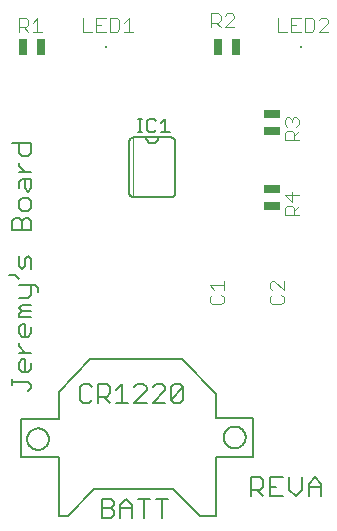
<source format=gto>
G75*
%MOIN*%
%OFA0B0*%
%FSLAX24Y24*%
%IPPOS*%
%LPD*%
%AMOC8*
5,1,8,0,0,1.08239X$1,22.5*
%
%ADD10C,0.0060*%
%ADD11C,0.0050*%
%ADD12C,0.0020*%
%ADD13C,0.0040*%
%ADD14R,0.0551X0.0256*%
%ADD15R,0.0256X0.0551*%
%ADD16R,0.0079X0.0079*%
D10*
X002043Y006710D02*
X002150Y006817D01*
X002150Y006924D01*
X002043Y007030D01*
X001509Y007030D01*
X001509Y006924D02*
X001509Y007137D01*
X001830Y007355D02*
X001723Y007461D01*
X001723Y007675D01*
X001830Y007782D01*
X001936Y007782D01*
X001936Y007355D01*
X001830Y007355D02*
X002043Y007355D01*
X002150Y007461D01*
X002150Y007675D01*
X002150Y007999D02*
X001723Y007999D01*
X001936Y007999D02*
X001723Y008213D01*
X001723Y008319D01*
X001830Y008536D02*
X001723Y008643D01*
X001723Y008856D01*
X001830Y008963D01*
X001936Y008963D01*
X001936Y008536D01*
X001830Y008536D02*
X002043Y008536D01*
X002150Y008643D01*
X002150Y008856D01*
X002150Y009181D02*
X001723Y009181D01*
X001723Y009288D01*
X001830Y009394D01*
X001723Y009501D01*
X001830Y009608D01*
X002150Y009608D01*
X002150Y009394D02*
X001830Y009394D01*
X001723Y009825D02*
X002043Y009825D01*
X002150Y009932D01*
X002150Y010252D01*
X002257Y010252D02*
X002364Y010146D01*
X002364Y010039D01*
X002257Y010252D02*
X001723Y010252D01*
X001723Y010470D02*
X001616Y010577D01*
X001403Y010577D01*
X001723Y010899D02*
X001723Y011219D01*
X001723Y010899D02*
X001830Y010792D01*
X001936Y010899D01*
X001936Y011112D01*
X002043Y011219D01*
X002150Y011112D01*
X002150Y010792D01*
X002150Y012081D02*
X001509Y012081D01*
X001509Y012402D01*
X001616Y012508D01*
X001723Y012508D01*
X001830Y012402D01*
X001830Y012081D01*
X001830Y012402D02*
X001936Y012508D01*
X002043Y012508D01*
X002150Y012402D01*
X002150Y012081D01*
X002043Y012726D02*
X001830Y012726D01*
X001723Y012833D01*
X001723Y013046D01*
X001830Y013153D01*
X002043Y013153D01*
X002150Y013046D01*
X002150Y012833D01*
X002043Y012726D01*
X002043Y013370D02*
X001936Y013477D01*
X001936Y013797D01*
X001830Y013797D02*
X002150Y013797D01*
X002150Y013477D01*
X002043Y013370D01*
X001723Y013691D02*
X001830Y013797D01*
X001723Y013691D02*
X001723Y013477D01*
X001723Y014015D02*
X002150Y014015D01*
X001936Y014015D02*
X001723Y014228D01*
X001723Y014335D01*
X001830Y014552D02*
X001723Y014659D01*
X001723Y014979D01*
X001509Y014979D02*
X002150Y014979D01*
X002150Y014659D01*
X002043Y014552D01*
X001830Y014552D01*
X005410Y015030D02*
X005410Y013330D01*
X005412Y013307D01*
X005417Y013284D01*
X005426Y013262D01*
X005439Y013242D01*
X005454Y013224D01*
X005472Y013209D01*
X005492Y013196D01*
X005514Y013187D01*
X005537Y013182D01*
X005560Y013180D01*
X006800Y013180D01*
X006823Y013182D01*
X006846Y013187D01*
X006868Y013196D01*
X006888Y013209D01*
X006906Y013224D01*
X006921Y013242D01*
X006934Y013262D01*
X006943Y013284D01*
X006948Y013307D01*
X006950Y013330D01*
X006950Y015030D01*
X006948Y015053D01*
X006943Y015076D01*
X006934Y015098D01*
X006921Y015118D01*
X006906Y015136D01*
X006888Y015151D01*
X006868Y015164D01*
X006846Y015173D01*
X006823Y015178D01*
X006800Y015180D01*
X005560Y015180D01*
X005537Y015178D01*
X005514Y015173D01*
X005492Y015164D01*
X005472Y015151D01*
X005454Y015136D01*
X005439Y015118D01*
X005426Y015098D01*
X005417Y015076D01*
X005412Y015053D01*
X005410Y015030D01*
X005980Y015180D02*
X005982Y015153D01*
X005987Y015126D01*
X005997Y015100D01*
X006009Y015076D01*
X006025Y015054D01*
X006043Y015034D01*
X006065Y015017D01*
X006088Y015002D01*
X006113Y014992D01*
X006139Y014984D01*
X006166Y014980D01*
X006194Y014980D01*
X006221Y014984D01*
X006247Y014992D01*
X006272Y015002D01*
X006295Y015017D01*
X006317Y015034D01*
X006335Y015054D01*
X006351Y015076D01*
X006363Y015100D01*
X006373Y015126D01*
X006378Y015153D01*
X006380Y015180D01*
X009460Y003851D02*
X009780Y003851D01*
X009887Y003744D01*
X009887Y003530D01*
X009780Y003424D01*
X009460Y003424D01*
X009460Y003210D02*
X009460Y003851D01*
X009674Y003424D02*
X009887Y003210D01*
X010105Y003210D02*
X010532Y003210D01*
X010318Y003530D02*
X010105Y003530D01*
X010105Y003210D02*
X010105Y003851D01*
X010532Y003851D01*
X010749Y003851D02*
X010749Y003424D01*
X010963Y003210D01*
X011176Y003424D01*
X011176Y003851D01*
X011394Y003637D02*
X011607Y003851D01*
X011821Y003637D01*
X011821Y003210D01*
X011821Y003530D02*
X011394Y003530D01*
X011394Y003637D02*
X011394Y003210D01*
D11*
X003058Y004534D02*
X001806Y004534D01*
X001806Y005786D01*
X003058Y005786D01*
X003058Y006686D01*
X004113Y007802D01*
X007186Y007802D01*
X008302Y006626D01*
X008302Y005826D01*
X009554Y005826D01*
X009554Y004534D01*
X008302Y004534D01*
X008302Y002561D01*
X007780Y002561D01*
X006880Y003446D01*
X004223Y003446D01*
X003380Y002561D01*
X003058Y002561D01*
X003058Y004534D01*
X002012Y005119D02*
X002014Y005157D01*
X002020Y005194D01*
X002030Y005231D01*
X002043Y005266D01*
X002060Y005299D01*
X002081Y005331D01*
X002105Y005361D01*
X002131Y005387D01*
X002161Y005411D01*
X002192Y005432D01*
X002226Y005449D01*
X002261Y005462D01*
X002298Y005472D01*
X002335Y005478D01*
X002373Y005480D01*
X002411Y005478D01*
X002448Y005472D01*
X002485Y005462D01*
X002520Y005449D01*
X002553Y005432D01*
X002585Y005411D01*
X002615Y005387D01*
X002641Y005361D01*
X002665Y005331D01*
X002686Y005300D01*
X002703Y005266D01*
X002716Y005231D01*
X002726Y005194D01*
X002732Y005157D01*
X002734Y005119D01*
X002732Y005081D01*
X002726Y005044D01*
X002716Y005007D01*
X002703Y004972D01*
X002686Y004939D01*
X002665Y004907D01*
X002641Y004877D01*
X002615Y004851D01*
X002585Y004827D01*
X002554Y004806D01*
X002520Y004789D01*
X002485Y004776D01*
X002448Y004766D01*
X002411Y004760D01*
X002373Y004758D01*
X002335Y004760D01*
X002298Y004766D01*
X002261Y004776D01*
X002226Y004789D01*
X002193Y004806D01*
X002161Y004827D01*
X002131Y004851D01*
X002105Y004877D01*
X002081Y004907D01*
X002060Y004938D01*
X002043Y004972D01*
X002030Y005007D01*
X002020Y005044D01*
X002014Y005081D01*
X002012Y005119D01*
X003759Y006438D02*
X003860Y006336D01*
X004064Y006336D01*
X004166Y006438D01*
X004366Y006336D02*
X004366Y006947D01*
X004672Y006947D01*
X004773Y006845D01*
X004773Y006642D01*
X004672Y006540D01*
X004366Y006540D01*
X004570Y006540D02*
X004773Y006336D01*
X004974Y006336D02*
X005381Y006336D01*
X005582Y006336D02*
X005989Y006743D01*
X005989Y006845D01*
X005887Y006947D01*
X005684Y006947D01*
X005582Y006845D01*
X005178Y006947D02*
X005178Y006336D01*
X004974Y006743D02*
X005178Y006947D01*
X005582Y006336D02*
X005989Y006336D01*
X006190Y006336D02*
X006597Y006743D01*
X006597Y006845D01*
X006495Y006947D01*
X006291Y006947D01*
X006190Y006845D01*
X006190Y006336D02*
X006597Y006336D01*
X006797Y006438D02*
X007204Y006845D01*
X007204Y006438D01*
X007103Y006336D01*
X006899Y006336D01*
X006797Y006438D01*
X006797Y006845D01*
X006899Y006947D01*
X007103Y006947D01*
X007204Y006845D01*
X008569Y005180D02*
X008571Y005218D01*
X008577Y005255D01*
X008587Y005292D01*
X008600Y005327D01*
X008617Y005360D01*
X008638Y005392D01*
X008662Y005422D01*
X008688Y005448D01*
X008718Y005472D01*
X008749Y005493D01*
X008783Y005510D01*
X008818Y005523D01*
X008855Y005533D01*
X008892Y005539D01*
X008930Y005541D01*
X008968Y005539D01*
X009005Y005533D01*
X009042Y005523D01*
X009077Y005510D01*
X009110Y005493D01*
X009142Y005472D01*
X009172Y005448D01*
X009198Y005422D01*
X009222Y005392D01*
X009243Y005361D01*
X009260Y005327D01*
X009273Y005292D01*
X009283Y005255D01*
X009289Y005218D01*
X009291Y005180D01*
X009289Y005142D01*
X009283Y005105D01*
X009273Y005068D01*
X009260Y005033D01*
X009243Y005000D01*
X009222Y004968D01*
X009198Y004938D01*
X009172Y004912D01*
X009142Y004888D01*
X009111Y004867D01*
X009077Y004850D01*
X009042Y004837D01*
X009005Y004827D01*
X008968Y004821D01*
X008930Y004819D01*
X008892Y004821D01*
X008855Y004827D01*
X008818Y004837D01*
X008783Y004850D01*
X008750Y004867D01*
X008718Y004888D01*
X008688Y004912D01*
X008662Y004938D01*
X008638Y004968D01*
X008617Y004999D01*
X008600Y005033D01*
X008587Y005068D01*
X008577Y005105D01*
X008571Y005142D01*
X008569Y005180D01*
X006720Y003116D02*
X006313Y003116D01*
X006516Y003116D02*
X006516Y002505D01*
X006112Y003116D02*
X005705Y003116D01*
X005504Y002912D02*
X005504Y002505D01*
X005504Y002810D02*
X005097Y002810D01*
X005097Y002912D02*
X005301Y003116D01*
X005504Y002912D01*
X005097Y002912D02*
X005097Y002505D01*
X004897Y002607D02*
X004795Y002505D01*
X004490Y002505D01*
X004490Y003116D01*
X004795Y003116D01*
X004897Y003014D01*
X004897Y002912D01*
X004795Y002810D01*
X004490Y002810D01*
X004795Y002810D02*
X004897Y002709D01*
X004897Y002607D01*
X005909Y002505D02*
X005909Y003116D01*
X003759Y006438D02*
X003759Y006845D01*
X003860Y006947D01*
X004064Y006947D01*
X004166Y006845D01*
X005705Y015355D02*
X005855Y015355D01*
X005780Y015355D02*
X005780Y015805D01*
X005705Y015805D02*
X005855Y015805D01*
X006012Y015730D02*
X006012Y015430D01*
X006087Y015355D01*
X006237Y015355D01*
X006312Y015430D01*
X006472Y015355D02*
X006773Y015355D01*
X006622Y015355D02*
X006622Y015805D01*
X006472Y015655D01*
X006312Y015730D02*
X006237Y015805D01*
X006087Y015805D01*
X006012Y015730D01*
D12*
X005550Y015180D02*
X005550Y013180D01*
D13*
X008100Y010243D02*
X008560Y010243D01*
X008560Y010090D02*
X008560Y010397D01*
X008483Y009936D02*
X008560Y009859D01*
X008560Y009706D01*
X008483Y009629D01*
X008176Y009629D01*
X008100Y009706D01*
X008100Y009859D01*
X008176Y009936D01*
X008253Y010090D02*
X008100Y010243D01*
X010100Y010166D02*
X010176Y010090D01*
X010100Y010166D02*
X010100Y010320D01*
X010176Y010397D01*
X010253Y010397D01*
X010560Y010090D01*
X010560Y010397D01*
X010483Y009936D02*
X010560Y009859D01*
X010560Y009706D01*
X010483Y009629D01*
X010176Y009629D01*
X010100Y009706D01*
X010100Y009859D01*
X010176Y009936D01*
X010600Y012579D02*
X010600Y012809D01*
X010676Y012886D01*
X010830Y012886D01*
X010907Y012809D01*
X010907Y012579D01*
X011060Y012579D02*
X010600Y012579D01*
X010907Y012733D02*
X011060Y012886D01*
X010830Y013040D02*
X010830Y013347D01*
X011060Y013270D02*
X010600Y013270D01*
X010830Y013040D01*
X010907Y015079D02*
X010907Y015309D01*
X010830Y015386D01*
X010676Y015386D01*
X010600Y015309D01*
X010600Y015079D01*
X011060Y015079D01*
X010907Y015233D02*
X011060Y015386D01*
X010983Y015540D02*
X011060Y015616D01*
X011060Y015770D01*
X010983Y015847D01*
X010907Y015847D01*
X010830Y015770D01*
X010830Y015693D01*
X010830Y015770D02*
X010753Y015847D01*
X010676Y015847D01*
X010600Y015770D01*
X010600Y015616D01*
X010676Y015540D01*
X010665Y018700D02*
X010358Y018700D01*
X010358Y019160D01*
X010819Y019160D02*
X010819Y018700D01*
X011126Y018700D01*
X011279Y018700D02*
X011509Y018700D01*
X011586Y018777D01*
X011586Y019084D01*
X011509Y019160D01*
X011279Y019160D01*
X011279Y018700D01*
X010972Y018930D02*
X010819Y018930D01*
X010819Y019160D02*
X011126Y019160D01*
X011740Y019084D02*
X011816Y019160D01*
X011970Y019160D01*
X012047Y019084D01*
X012047Y019007D01*
X011740Y018700D01*
X012047Y018700D01*
X008917Y018850D02*
X008610Y018850D01*
X008917Y019157D01*
X008917Y019234D01*
X008841Y019310D01*
X008687Y019310D01*
X008610Y019234D01*
X008457Y019234D02*
X008457Y019080D01*
X008380Y019003D01*
X008150Y019003D01*
X008150Y018850D02*
X008150Y019310D01*
X008380Y019310D01*
X008457Y019234D01*
X008303Y019003D02*
X008457Y018850D01*
X005547Y018700D02*
X005240Y018700D01*
X005393Y018700D02*
X005393Y019160D01*
X005240Y019007D01*
X005086Y019084D02*
X005086Y018777D01*
X005009Y018700D01*
X004779Y018700D01*
X004779Y019160D01*
X005009Y019160D01*
X005086Y019084D01*
X004626Y019160D02*
X004319Y019160D01*
X004319Y018700D01*
X004626Y018700D01*
X004472Y018930D02*
X004319Y018930D01*
X004165Y018700D02*
X003858Y018700D01*
X003858Y019160D01*
X002507Y018700D02*
X002200Y018700D01*
X002353Y018700D02*
X002353Y019160D01*
X002200Y019007D01*
X002047Y019084D02*
X002047Y018930D01*
X001970Y018853D01*
X001740Y018853D01*
X001740Y018700D02*
X001740Y019160D01*
X001970Y019160D01*
X002047Y019084D01*
X001893Y018853D02*
X002047Y018700D01*
D14*
X010181Y015972D03*
X010181Y015392D03*
X010181Y013472D03*
X010181Y012892D03*
D15*
X008968Y018181D03*
X008388Y018181D03*
X002468Y018181D03*
X001888Y018181D03*
D16*
X004641Y018180D03*
X011141Y018180D03*
M02*

</source>
